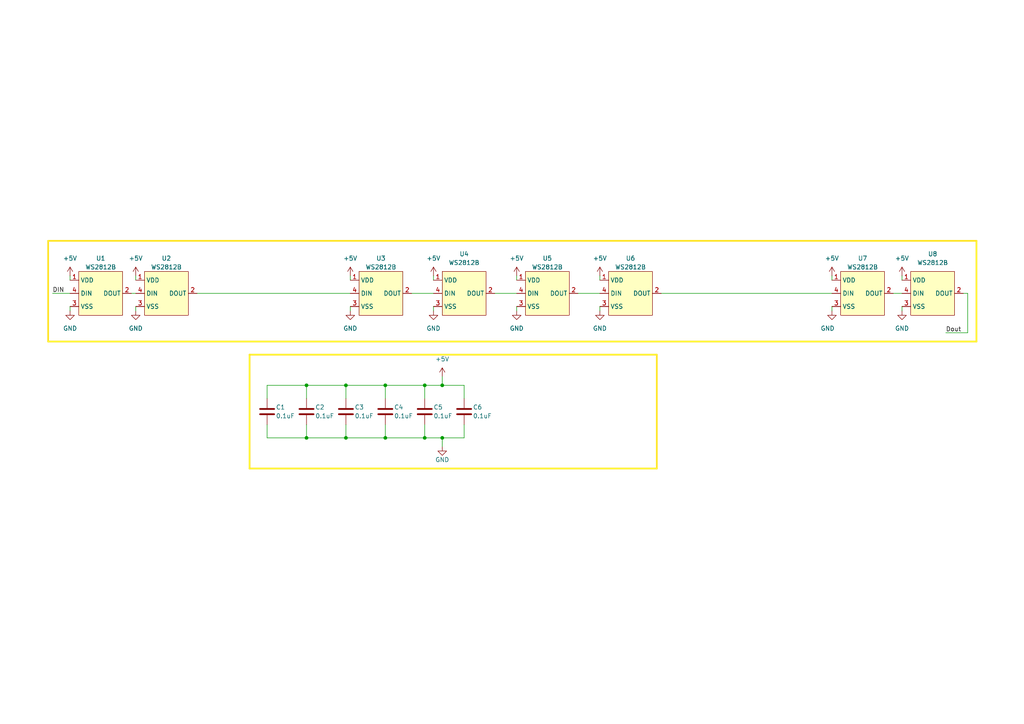
<source format=kicad_sch>
(kicad_sch (version 20230121) (generator eeschema)
  (paper "A4")
  (lib_symbols
    (symbol "Device:C" (pin_numbers hide) (pin_names (offset 0.254))
      (property "Reference" "C" (at 0.635 2.54 0))
      (property "Value" "C" (at 0.635 -2.54 0))
      (symbol "C_0_1"
        (polyline (pts (xy -2.032 -0.762) (xy 2.032 -0.762)) (stroke (width 0.508)))
        (polyline (pts (xy -2.032 0.762) (xy 2.032 0.762)) (stroke (width 0.508)))
      )
      (symbol "C_1_1"
        (pin passive line (at 0 3.81 270) (length 2.794) (name "~") (number "1"))
        (pin passive line (at 0 -3.81 90) (length 2.794) (name "~") (number "2"))
      )
    )
    (symbol "WB2182:WS2812B"
      (property "Reference" "U" (at -6.35 7.62 0))
      (property "Value" "WS2812B" (at -2.54 -7.62 0))
      (symbol "WS2812B_0_1"
        (rectangle (start -6.35 6.35) (end 6.35 -6.35) (fill (type background)))
      )
      (symbol "WS2812B_1_1"
        (pin power_in line (at -8.89 3.81 0) (length 2.54) (name "VDD") (number "1"))
        (pin output line (at 8.89 0 180) (length 2.54) (name "DOUT") (number "2"))
        (pin power_in line (at -8.89 -3.81 0) (length 2.54) (name "VSS") (number "3"))
        (pin input line (at -8.89 0 0) (length 2.54) (name "DIN") (number "4"))
      )
    )
    (symbol "power:+5V" (power) (pin_names (offset 0))
      (property "Value" "+5V" (at 0 3.556 0))
      (symbol "+5V_0_1"
        (polyline (pts (xy -0.762 1.27) (xy 0 2.54)))
        (polyline (pts (xy 0 0) (xy 0 2.54)))
        (polyline (pts (xy 0 2.54) (xy 0.762 1.27)))
      )
      (symbol "+5V_1_1"
        (pin power_in line (at 0 0 90) (length 0) hide (name "+5V") (number "1"))
      )
    )
    (symbol "power:GND" (power) (pin_names (offset 0))
      (property "Value" "GND" (at 0 -3.81 0))
      (symbol "GND_0_1"
        (polyline (pts (xy 0 0) (xy 0 -1.27) (xy 1.27 -1.27) (xy 0 -2.54) (xy -1.27 -1.27) (xy 0 -1.27)))
      )
      (symbol "GND_1_1"
        (pin power_in line (at 0 0 270) (length 0) hide (name "GND") (number "1"))
      )
    )
  )
  (junction (at 88.9 127))
  (junction (at 88.9 111.76))
  (junction (at 111.76 127))
  (junction (at 128.27 127))
  (junction (at 123.19 127))
  (junction (at 100.33 111.76))
  (junction (at 123.19 111.76))
  (junction (at 100.33 127))
  (junction (at 111.76 111.76))
  (junction (at 128.27 111.76))
  (wire (pts (xy 143.51 85.09) (xy 149.86 85.09)))
  (wire (pts (xy 123.19 111.76) (xy 123.19 115.57)))
  (wire (pts (xy 101.6 80.01) (xy 101.6 81.28)))
  (wire (pts (xy 173.99 88.9) (xy 173.99 90.17)))
  (wire (pts (xy 241.3 88.9) (xy 241.3 90.17)))
  (wire (pts (xy 77.47 111.76) (xy 77.47 115.57)))
  (wire (pts (xy 100.33 127) (xy 111.76 127)))
  (wire (pts (xy 191.77 85.09) (xy 241.3 85.09)))
  (wire (pts (xy 149.86 88.9) (xy 149.86 90.17)))
  (wire (pts (xy 57.15 85.09) (xy 101.6 85.09)))
  (wire (pts (xy 125.73 88.9) (xy 125.73 90.17)))
  (wire (pts (xy 125.73 80.01) (xy 125.73 81.28)))
  (wire (pts (xy 88.9 127) (xy 100.33 127)))
  (wire (pts (xy 123.19 111.76) (xy 128.27 111.76)))
  (wire (pts (xy 128.27 127) (xy 134.62 127)))
  (wire (pts (xy 100.33 111.76) (xy 100.33 115.57)))
  (wire (pts (xy 39.37 88.9) (xy 39.37 90.17)))
  (wire (pts (xy 128.27 109.22) (xy 128.27 111.76)))
  (wire (pts (xy 259.08 85.09) (xy 261.62 85.09)))
  (wire (pts (xy 134.62 111.76) (xy 134.62 115.57)))
  (wire (pts (xy 20.32 80.01) (xy 20.32 81.28)))
  (polyline (pts (xy 13.97 69.85) (xy 283.21 69.85)) (stroke (width 0.5) (type solid) (color 255 227 36 1)))
  (wire (pts (xy 77.47 111.76) (xy 88.9 111.76)))
  (wire (pts (xy 261.62 80.01) (xy 261.62 81.28)))
  (wire (pts (xy 77.47 127) (xy 88.9 127)))
  (wire (pts (xy 100.33 127) (xy 100.33 123.19)))
  (wire (pts (xy 88.9 111.76) (xy 100.33 111.76)))
  (wire (pts (xy 101.6 88.9) (xy 101.6 90.17)))
  (polyline (pts (xy 283.21 69.85) (xy 283.21 99.06)) (stroke (width 0.5) (type solid) (color 255 227 36 1)))
  (wire (pts (xy 88.9 127) (xy 88.9 123.19)))
  (polyline (pts (xy 13.97 99.06) (xy 283.21 99.06)) (stroke (width 0.5) (type solid) (color 255 227 36 1)))
  (wire (pts (xy 149.86 80.01) (xy 149.86 81.28)))
  (wire (pts (xy 39.37 80.01) (xy 39.37 81.28)))
  (polyline (pts (xy 13.97 69.85) (xy 13.97 99.06)) (stroke (width 0.5) (type solid) (color 255 227 36 1)))
  (wire (pts (xy 128.27 111.76) (xy 134.62 111.76)))
  (wire (pts (xy 111.76 127) (xy 111.76 123.19)))
  (wire (pts (xy 119.38 85.09) (xy 125.73 85.09)))
  (wire (pts (xy 111.76 111.76) (xy 123.19 111.76)))
  (polyline (pts (xy 190.5 135.89) (xy 72.39 135.89)) (stroke (width 0.5) (type solid) (color 255 227 36 1)))
  (wire (pts (xy 134.62 127) (xy 134.62 123.19)))
  (wire (pts (xy 280.67 96.52) (xy 280.67 85.09)))
  (wire (pts (xy 20.32 88.9) (xy 20.32 90.17)))
  (wire (pts (xy 38.1 85.09) (xy 39.37 85.09)))
  (wire (pts (xy 123.19 127) (xy 123.19 123.19)))
  (wire (pts (xy 241.3 80.01) (xy 241.3 81.28)))
  (wire (pts (xy 100.33 111.76) (xy 111.76 111.76)))
  (wire (pts (xy 15.24 85.09) (xy 20.32 85.09)))
  (wire (pts (xy 128.27 129.54) (xy 128.27 127)))
  (wire (pts (xy 167.64 85.09) (xy 173.99 85.09)))
  (wire (pts (xy 111.76 111.76) (xy 111.76 115.57)))
  (polyline (pts (xy 190.5 102.87) (xy 190.5 135.89)) (stroke (width 0.5) (type solid) (color 255 227 36 1)))
  (wire (pts (xy 88.9 111.76) (xy 88.9 115.57)))
  (polyline (pts (xy 72.39 102.87) (xy 72.39 135.89)) (stroke (width 0.5) (type solid) (color 255 227 36 1)))
  (polyline (pts (xy 72.39 102.87) (xy 190.5 102.87)) (stroke (width 0.5) (type solid) (color 255 227 36 1)))
  (wire (pts (xy 77.47 127) (xy 77.47 123.19)))
  (wire (pts (xy 123.19 127) (xy 128.27 127)))
  (wire (pts (xy 111.76 127) (xy 123.19 127)))
  (wire (pts (xy 280.67 96.52) (xy 274.32 96.52)))
  (wire (pts (xy 280.67 85.09) (xy 279.4 85.09)))
  (wire (pts (xy 173.99 80.01) (xy 173.99 81.28)))
  (wire (pts (xy 261.62 88.9) (xy 261.62 90.17)))
  (label "Dout" (at 274.32 96.52 0))
  (label "DIN" (at 15.24 85.09 0))
  (symbol (lib_id "power:+5V") (at 101.6 80.01 0) (unit 1)
    (property "Reference" "#PWR05" (effects hide))
    (property "Value" "+5V" (at 101.6 74.93 0))
  )
  (symbol (lib_id "power:GND") (at 101.6 90.17 0) (unit 1)
    (property "Reference" "#PWR06" (effects hide))
    (property "Value" "GND" (at 101.6 95.25 0))
  )
  (symbol (lib_id "WB2182:WS2812B") (at 270.51 85.09 0) (unit 1)
    (property "Reference" "U8" (at 270.51 73.66 0))
    (property "Value" "WS2812B" (at 270.51 76.2 0))
    (property "Footprint" "LED_SMD:LED_WS2812B_PLCC4_5.0x5.0mm_P3.2mm" (effects hide))
  )
  (symbol (lib_id "power:+5V") (at 128.27 109.22 0) (unit 1)
    (property "Reference" "#PWR09" (effects hide))
    (property "Value" "+5V" (at 128.27 104.14 0))
  )
  (symbol (lib_id "WB2182:WS2812B") (at 182.88 85.09 0) (unit 1)
    (property "Reference" "U6" (at 182.88 74.93 0))
    (property "Value" "WS2812B" (at 182.88 77.47 0))
    (property "Footprint" "LED_SMD:LED_WS2812B_PLCC4_5.0x5.0mm_P3.2mm" (effects hide))
  )
  (symbol (lib_id "power:+5V") (at 261.62 80.01 0) (unit 1)
    (property "Reference" "#PWR017" (effects hide))
    (property "Value" "+5V" (at 261.62 74.93 0))
  )
  (symbol (lib_id "power:+5V") (at 149.86 80.01 0) (unit 1)
    (property "Reference" "#PWR011" (effects hide))
    (property "Value" "+5V" (at 149.86 74.93 0))
  )
  (symbol (lib_id "WB2182:WS2812B") (at 29.21 85.09 0) (unit 1)
    (property "Reference" "U1" (at 29.21 74.93 0))
    (property "Value" "WS2812B" (at 29.21 77.47 0))
    (property "Footprint" "LED_SMD:LED_WS2812B_PLCC4_5.0x5.0mm_P3.2mm" (effects hide))
  )
  (symbol (lib_id "power:GND") (at 173.99 90.17 0) (unit 1)
    (property "Reference" "#PWR014" (effects hide))
    (property "Value" "GND" (at 173.99 95.25 0))
  )
  (symbol (lib_id "power:GND") (at 125.73 90.17 0) (unit 1)
    (property "Reference" "#PWR08" (effects hide))
    (property "Value" "GND" (at 125.73 95.25 0))
  )
  (symbol (lib_id "power:GND") (at 261.62 90.17 0) (unit 1)
    (property "Reference" "#PWR018" (effects hide))
    (property "Value" "GND" (at 261.62 95.25 0))
  )
  (symbol (lib_id "power:GND") (at 20.32 90.17 0) (unit 1)
    (property "Reference" "#PWR02" (effects hide))
    (property "Value" "GND" (at 20.32 95.25 0))
  )
  (symbol (lib_id "WB2182:WS2812B") (at 110.49 85.09 0) (unit 1)
    (property "Reference" "U3" (at 110.49 74.93 0))
    (property "Value" "WS2812B" (at 110.49 77.47 0))
    (property "Footprint" "LED_SMD:LED_WS2812B_PLCC4_5.0x5.0mm_P3.2mm" (effects hide))
  )
  (symbol (lib_id "power:GND") (at 128.27 129.54 0) (unit 1)
    (property "Reference" "#PWR010" (effects hide))
    (property "Value" "GND" (at 128.27 133.35 0))
  )
  (symbol (lib_id "Device:C") (at 88.9 119.38 0) (unit 1)
    (property "Reference" "C2" (at 91.44 118.11 0) (effects (justify left)))
    (property "Value" "0.1uF" (at 91.44 120.65 0) (effects (justify left)))
    (property "Footprint" "Capacitor_SMD:C_0805_2012Metric" (effects hide))
  )
  (symbol (lib_id "WB2182:WS2812B") (at 48.26 85.09 0) (unit 1)
    (property "Reference" "U2" (at 48.26 74.93 0))
    (property "Value" "WS2812B" (at 48.26 77.47 0))
    (property "Footprint" "LED_SMD:LED_WS2812B_PLCC4_5.0x5.0mm_P3.2mm" (effects hide))
  )
  (symbol (lib_id "power:+5V") (at 125.73 80.01 0) (unit 1)
    (property "Reference" "#PWR07" (effects hide))
    (property "Value" "+5V" (at 125.73 74.93 0))
  )
  (symbol (lib_id "Device:C") (at 123.19 119.38 0) (unit 1)
    (property "Reference" "C5" (at 125.73 118.11 0) (effects (justify left)))
    (property "Value" "0.1uF" (at 125.73 120.65 0) (effects (justify left)))
    (property "Footprint" "Capacitor_SMD:C_0805_2012Metric" (effects hide))
  )
  (symbol (lib_id "WB2182:WS2812B") (at 158.75 85.09 0) (unit 1)
    (property "Reference" "U5" (at 158.75 74.93 0))
    (property "Value" "WS2812B" (at 158.75 77.47 0))
    (property "Footprint" "LED_SMD:LED_WS2812B_PLCC4_5.0x5.0mm_P3.2mm" (effects hide))
  )
  (symbol (lib_id "Device:C") (at 134.62 119.38 0) (unit 1)
    (property "Reference" "C6" (at 137.16 118.11 0) (effects (justify left)))
    (property "Value" "0.1uF" (at 137.16 120.65 0) (effects (justify left)))
    (property "Footprint" "Capacitor_SMD:C_0805_2012Metric" (effects hide))
  )
  (symbol (lib_id "power:+5V") (at 173.99 80.01 0) (unit 1)
    (property "Reference" "#PWR013" (effects hide))
    (property "Value" "+5V" (at 173.99 74.93 0))
  )
  (symbol (lib_id "power:+5V") (at 241.3 80.01 0) (unit 1)
    (property "Reference" "#PWR015" (effects hide))
    (property "Value" "+5V" (at 241.3 74.93 0))
  )
  (symbol (lib_id "WB2182:WS2812B") (at 134.62 85.09 0) (unit 1)
    (property "Reference" "U4" (at 134.62 73.66 0))
    (property "Value" "WS2812B" (at 134.62 76.2 0))
    (property "Footprint" "LED_SMD:LED_WS2812B_PLCC4_5.0x5.0mm_P3.2mm" (effects hide))
  )
  (symbol (lib_id "power:+5V") (at 39.37 80.01 0) (unit 1)
    (property "Reference" "#PWR03" (effects hide))
    (property "Value" "+5V" (at 39.37 74.93 0))
  )
  (symbol (lib_id "Device:C") (at 77.47 119.38 0) (unit 1)
    (property "Reference" "C1" (at 80.01 118.11 0) (effects (justify left)))
    (property "Value" "0.1uF" (at 80.01 120.65 0) (effects (justify left)))
    (property "Footprint" "Capacitor_SMD:C_0805_2012Metric" (effects hide))
  )
  (symbol (lib_id "Device:C") (at 100.33 119.38 0) (unit 1)
    (property "Reference" "C3" (at 102.87 118.11 0) (effects (justify left)))
    (property "Value" "0.1uF" (at 102.87 120.65 0) (effects (justify left)))
    (property "Footprint" "Capacitor_SMD:C_0805_2012Metric" (effects hide))
  )
  (symbol (lib_id "Device:C") (at 111.76 119.38 0) (unit 1)
    (property "Reference" "C4" (at 114.3 118.11 0) (effects (justify left)))
    (property "Value" "0.1uF" (at 114.3 120.65 0) (effects (justify left)))
    (property "Footprint" "Capacitor_SMD:C_0805_2012Metric" (effects hide))
  )
  (symbol (lib_id "power:+5V") (at 20.32 80.01 0) (unit 1)
    (property "Reference" "#PWR01" (effects hide))
    (property "Value" "+5V" (at 20.32 74.93 0))
  )
  (symbol (lib_id "power:GND") (at 149.86 90.17 0) (unit 1)
    (property "Reference" "#PWR012" (effects hide))
    (property "Value" "GND" (at 149.86 95.25 0))
  )
  (symbol (lib_id "power:GND") (at 39.37 90.17 0) (unit 1)
    (property "Reference" "#PWR04" (effects hide))
    (property "Value" "GND" (at 39.37 95.25 0))
  )
  (symbol (lib_id "power:GND") (at 241.3 90.17 0) (unit 1)
    (property "Reference" "#PWR016" (effects hide))
    (property "Value" "GND" (at 240.03 95.25 0))
  )
  (symbol (lib_id "WB2182:WS2812B") (at 250.19 85.09 0) (unit 1)
    (property "Reference" "U7" (at 250.19 74.93 0))
    (property "Value" "WS2812B" (at 250.19 77.47 0))
    (property "Footprint" "LED_SMD:LED_WS2812B_PLCC4_5.0x5.0mm_P3.2mm" (effects hide))
  )
)
</source>
